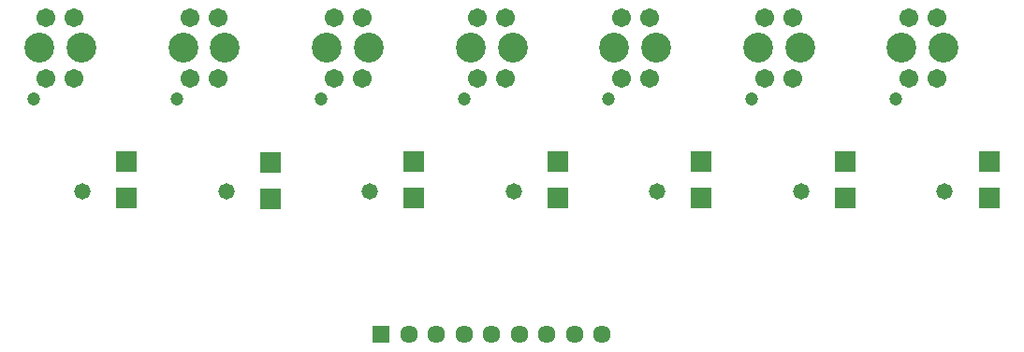
<source format=gbs>
G04*
G04 #@! TF.GenerationSoftware,Altium Limited,Altium Designer,24.1.2 (44)*
G04*
G04 Layer_Color=16711935*
%FSTAX44Y44*%
%MOMM*%
G71*
G04*
G04 #@! TF.SameCoordinates,3538205F-3925-4055-AE4A-FF41BFCD8782*
G04*
G04*
G04 #@! TF.FilePolarity,Negative*
G04*
G01*
G75*
%ADD15C,2.7032*%
%ADD16C,1.2032*%
%ADD17C,1.7032*%
%ADD18R,1.6112X1.6112*%
%ADD19C,1.6112*%
%ADD20C,1.4732*%
%ADD30R,1.9032X1.9032*%
D15*
X00569Y0033D02*
D03*
X00531D02*
D03*
X00309D02*
D03*
X00271D02*
D03*
X00959D02*
D03*
X00921D02*
D03*
X00699D02*
D03*
X00661D02*
D03*
X00829D02*
D03*
X00791D02*
D03*
X00439D02*
D03*
X00401D02*
D03*
X00141D02*
D03*
X00179D02*
D03*
D16*
X005255Y002835D02*
D03*
X002655D02*
D03*
X009155D02*
D03*
X006555D02*
D03*
X007855D02*
D03*
X003955D02*
D03*
X001355D02*
D03*
D17*
X005373Y003575D02*
D03*
X005627D02*
D03*
X005373Y003025D02*
D03*
X005627D02*
D03*
X002773Y003575D02*
D03*
X003027D02*
D03*
X002773Y003025D02*
D03*
X003027D02*
D03*
X009273Y003575D02*
D03*
X009527D02*
D03*
X009273Y003025D02*
D03*
X009527D02*
D03*
X006673Y003575D02*
D03*
X006927D02*
D03*
X006673Y003025D02*
D03*
X006927D02*
D03*
X007973Y003575D02*
D03*
X008227D02*
D03*
X007973Y003025D02*
D03*
X008227D02*
D03*
X004073Y003575D02*
D03*
X004327D02*
D03*
X004073Y003025D02*
D03*
X004327D02*
D03*
X001727D02*
D03*
X001473D02*
D03*
X001727Y003575D02*
D03*
X001473D02*
D03*
D18*
X0045Y0007D02*
D03*
D19*
X00475D02*
D03*
X005D02*
D03*
X00525D02*
D03*
X0055D02*
D03*
X00575D02*
D03*
X006D02*
D03*
X00625D02*
D03*
X0065D02*
D03*
D20*
X0044Y002D02*
D03*
X0031D02*
D03*
X0018D02*
D03*
X0083D02*
D03*
X0096D02*
D03*
X007D02*
D03*
X0057D02*
D03*
D30*
X00999966Y00226956D02*
D03*
Y00193956D02*
D03*
X00869966Y00226956D02*
D03*
Y00193956D02*
D03*
X0035Y002265D02*
D03*
Y001935D02*
D03*
X00739966Y00226956D02*
D03*
Y00193956D02*
D03*
X00609966Y00226956D02*
D03*
Y00193956D02*
D03*
X00479966Y00226956D02*
D03*
Y00193956D02*
D03*
X00219966Y00226956D02*
D03*
Y00193956D02*
D03*
M02*

</source>
